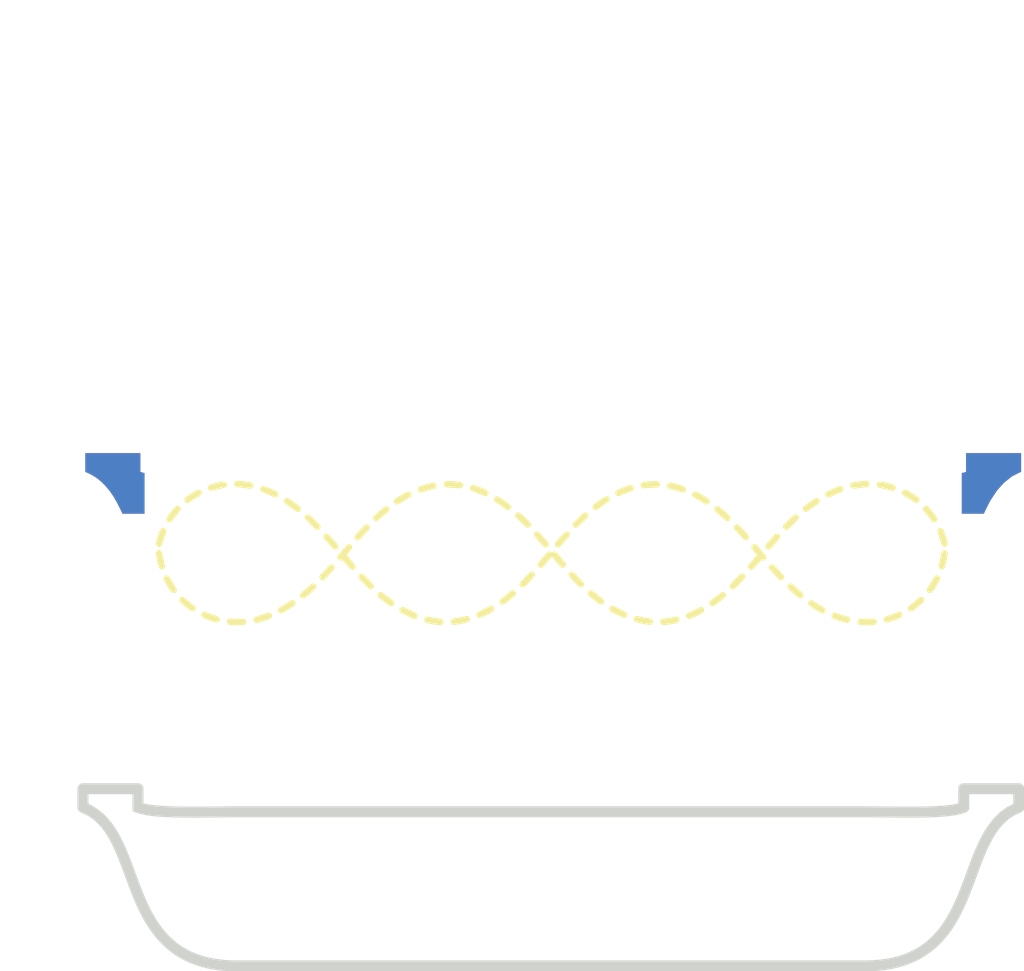
<source format=kicad_pcb>
(kicad_pcb (version 20211014) (generator pcbnew)
  (layers (0 "F.Cu" signal) (31 "B.Cu" signal) (36 "B.SilkS" user "B.Silkscreen") (37 "F.SilkS" user "F.Silkscreen") (38 "B.Mask" user) (39 "F.Mask" user) (44 "Edge.Cuts" user))
  (footprint "DrillHole" (layer "F.Cu") (at 21.969 50.000)
    (pad "" np_thru_hole circle (at 0 0) (size 11.000 11.000) (drill 11.000) (layers *.Cu *.Mask) (clearance 0.1))
  )
  (footprint "DrillHole" (layer "F.Cu") (at 40.990 50.000)
    (pad "" np_thru_hole circle (at 0 0) (size 11.000 11.000) (drill 11.000) (layers *.Cu *.Mask) (clearance 0.1))
  )
  (footprint "DrillHole" (layer "F.Cu") (at 60.010 50.000)
    (pad "" np_thru_hole circle (at 0 0) (size 11.000 11.000) (drill 11.000) (layers *.Cu *.Mask) (clearance 0.1))
  )
  (footprint "DrillHole" (layer "F.Cu") (at 79.031 50.000)
    (pad "" np_thru_hole circle (at 0 0) (size 11.000 11.000) (drill 11.000) (layers *.Cu *.Mask) (clearance 0.1))
  )
  (footprint "Graphics" (layer "F.SilkS") (at 0 0)
    (fp_poly (pts (xy 21.228 55.933) (xy 21.588 55.935) (xy 21.821 55.943) (xy 21.959 55.960) (xy 22.034 55.993) (xy 22.079 56.048) (xy 22.101 56.085) (xy 22.133 56.283) (xy 22.026 56.457) (xy 21.978 56.490) (xy 21.929 56.511) (xy 21.847 56.524) (xy 21.692 56.530) (xy 21.425 56.533) (xy 21.360 56.533) (xy 21.062 56.533) (xy 20.816 56.528) (xy 20.680 56.522) (xy 20.449 56.449) (xy 20.348 56.290) (xy 20.340 56.210) (xy 20.407 56.013) (xy 20.467 55.962) (xy 20.507 55.946) (xy 20.591 55.937) (xy 20.752 55.932) (xy 21.021 55.932)) (layer "F.SilkS") (width 0.000) (fill solid))
    (fp_poly (pts (xy 38.611 55.747) (xy 38.797 55.778) (xy 38.907 55.800) (xy 39.201 55.851) (xy 39.511 55.895) (xy 39.538 55.899) (xy 39.775 55.931) (xy 39.905 55.970) (xy 39.983 56.035) (xy 40.015 56.080) (xy 40.057 56.260) (xy 39.975 56.429) (xy 39.818 56.518) (xy 39.694 56.519) (xy 39.474 56.501) (xy 39.450 56.499) (xy 38.991 56.435) (xy 38.608 56.358) (xy 38.393 56.280) (xy 38.287 56.150) (xy 38.279 56.127) (xy 38.289 55.933) (xy 38.425 55.779) (xy 38.441 55.769) (xy 38.510 55.745)) (layer "F.SilkS") (width 0.000) (fill solid))
    (fp_poly (pts (xy 79.297 55.976) (xy 79.408 56.139) (xy 79.394 56.327) (xy 79.375 56.360) (xy 79.274 56.465) (xy 79.118 56.512) (xy 79.049 56.520) (xy 78.858 56.531) (xy 78.583 56.536) (xy 78.287 56.536) (xy 78.030 56.530) (xy 77.883 56.519) (xy 77.693 56.427) (xy 77.614 56.252) (xy 77.669 56.049) (xy 77.670 56.048) (xy 77.708 55.997) (xy 77.763 55.964) (xy 77.868 55.946) (xy 78.055 55.937) (xy 78.357 55.933) (xy 78.514 55.932) (xy 79.230 55.926)) (layer "F.SilkS") (width 0.000) (fill solid))
    (fp_poly (pts (xy 61.242 55.749) (xy 61.322 55.781) (xy 61.456 55.922) (xy 61.474 56.107) (xy 61.377 56.268) (xy 61.320 56.304) (xy 61.166 56.352) (xy 60.908 56.406) (xy 60.601 56.458) (xy 60.300 56.499) (xy 60.061 56.519) (xy 60.023 56.520) (xy 59.881 56.505) (xy 59.818 56.471) (xy 59.706 56.313) (xy 59.713 56.121) (xy 59.819 55.981) (xy 59.911 55.943) (xy 60.099 55.913) (xy 60.134 55.909) (xy 60.654 55.836) (xy 60.947 55.781) (xy 61.137 55.746)) (layer "F.SilkS") (width 0.000) (fill solid))
    (fp_poly (pts (xy 42.318 55.725) (xy 42.338 55.739) (xy 42.429 55.866) (xy 42.460 55.984) (xy 42.403 56.139) (xy 42.302 56.239) (xy 42.151 56.289) (xy 41.896 56.351) (xy 41.591 56.413) (xy 41.291 56.464) (xy 41.050 56.495) (xy 40.970 56.500) (xy 40.812 56.462) (xy 40.693 56.310) (xy 40.677 56.125) (xy 40.712 56.046) (xy 40.784 55.970) (xy 40.888 55.923) (xy 41.078 55.886) (xy 41.182 55.871) (xy 41.492 55.819) (xy 41.804 55.756) (xy 41.829 55.750) (xy 42.076 55.699) (xy 42.222 55.691)) (layer "F.SilkS") (width 0.000) (fill solid))
    (fp_poly (pts (xy 57.706 55.698) (xy 57.836 55.728) (xy 58.203 55.810) (xy 58.600 55.876) (xy 58.616 55.879) (xy 58.852 55.923) (xy 58.980 55.981) (xy 59.043 56.060) (xy 59.073 56.263) (xy 58.969 56.436) (xy 58.935 56.460) (xy 58.837 56.493) (xy 58.675 56.492) (xy 58.406 56.457) (xy 58.359 56.450) (xy 58.083 56.399) (xy 57.803 56.338) (xy 57.569 56.279) (xy 57.433 56.233) (xy 57.425 56.228) (xy 57.313 56.075) (xy 57.317 55.884) (xy 57.433 55.727) (xy 57.445 55.720) (xy 57.549 55.684)) (layer "F.SilkS") (width 0.000) (fill solid))
    (fp_poly (pts (xy 24.378 55.442) (xy 24.470 55.590) (xy 24.466 55.768) (xy 24.356 55.918) (xy 24.317 55.941) (xy 24.158 56.007) (xy 23.909 56.093) (xy 23.619 56.184) (xy 23.340 56.266) (xy 23.119 56.323) (xy 23.016 56.340) (xy 22.909 56.309) (xy 22.900 56.305) (xy 22.770 56.168) (xy 22.741 55.984) (xy 22.817 55.822) (xy 22.885 55.774) (xy 23.010 55.731) (xy 23.120 55.700) (xy 23.292 55.651) (xy 23.545 55.571) (xy 23.705 55.519) (xy 23.975 55.433) (xy 24.159 55.386) (xy 24.203 55.380)) (layer "F.SilkS") (width 0.000) (fill solid))
    (fp_poly (pts (xy 75.722 55.415) (xy 76.010 55.506) (xy 76.287 55.598) (xy 76.553 55.678) (xy 76.589 55.688) (xy 76.810 55.756) (xy 76.927 55.821) (xy 76.986 55.901) (xy 77.007 56.086) (xy 76.916 56.253) (xy 76.752 56.338) (xy 76.722 56.339) (xy 76.608 56.318) (xy 76.400 56.265) (xy 76.280 56.231) (xy 75.881 56.108) (xy 75.575 55.998) (xy 75.389 55.911) (xy 75.356 55.886) (xy 75.268 55.709) (xy 75.306 55.520) (xy 75.424 55.408) (xy 75.539 55.384)) (layer "F.SilkS") (width 0.000) (fill solid))
    (fp_poly (pts (xy 18.361 55.300) (xy 18.584 55.381) (xy 18.823 55.474) (xy 19.107 55.574) (xy 19.170 55.594) (xy 19.431 55.681) (xy 19.580 55.740) (xy 19.658 55.791) (xy 19.686 55.824) (xy 19.735 55.995) (xy 19.704 56.140) (xy 19.568 56.264) (xy 19.440 56.298) (xy 19.321 56.276) (xy 19.128 56.223) (xy 19.117 56.219) (xy 18.711 56.084) (xy 18.379 55.951) (xy 18.150 55.835) (xy 18.062 55.763) (xy 18.005 55.564) (xy 18.094 55.378) (xy 18.110 55.363) (xy 18.222 55.295)) (layer "F.SilkS") (width 0.000) (fill solid))
    (fp_poly (pts (xy 81.612 55.338) (xy 81.722 55.484) (xy 81.728 55.673) (xy 81.629 55.827) (xy 81.613 55.838) (xy 81.444 55.919) (xy 81.184 56.024) (xy 80.886 56.132) (xy 80.605 56.225) (xy 80.394 56.283) (xy 80.342 56.292) (xy 80.189 56.273) (xy 80.189 56.273) (xy 80.040 56.131) (xy 80.017 55.934) (xy 80.039 55.872) (xy 80.099 55.781) (xy 80.202 55.721) (xy 80.390 55.660) (xy 80.929 55.478) (xy 81.194 55.370) (xy 81.391 55.297) (xy 81.516 55.293)) (layer "F.SilkS") (width 0.000) (fill solid))
    (fp_poly (pts (xy 36.353 54.867) (xy 36.447 54.898) (xy 36.613 54.973) (xy 36.782 55.056) (xy 37.048 55.184) (xy 37.286 55.294) (xy 37.389 55.339) (xy 37.566 55.419) (xy 37.651 55.488) (xy 37.692 55.572) (xy 37.696 55.776) (xy 37.568 55.932) (xy 37.527 55.953) (xy 37.433 55.976) (xy 37.316 55.954) (xy 37.162 55.897) (xy 36.973 55.815) (xy 36.712 55.692) (xy 36.539 55.608) (xy 36.276 55.473) (xy 36.125 55.378) (xy 36.053 55.297) (xy 36.027 55.203) (xy 36.025 55.191) (xy 36.072 54.993) (xy 36.235 54.876) (xy 36.289 54.865)) (layer "F.SilkS") (width 0.000) (fill solid))
    (fp_poly (pts (xy 63.521 54.872) (xy 63.556 54.888) (xy 63.698 55.036) (xy 63.718 55.229) (xy 63.645 55.365) (xy 63.539 55.436) (xy 63.333 55.548) (xy 63.071 55.679) (xy 62.800 55.806) (xy 62.636 55.876) (xy 62.415 55.958) (xy 62.287 55.976) (xy 62.240 55.964) (xy 62.082 55.824) (xy 62.040 55.637) (xy 62.127 55.462) (xy 62.134 55.455) (xy 62.226 55.403) (xy 62.404 55.320) (xy 62.441 55.303) (xy 62.692 55.189) (xy 62.974 55.053) (xy 63.035 55.023) (xy 63.275 54.909) (xy 63.421 54.863)) (layer "F.SilkS") (width 0.000) (fill solid))
    (fp_poly (pts (xy 44.565 54.810) (xy 44.635 54.892) (xy 44.674 55.095) (xy 44.562 55.273) (xy 44.510 55.311) (xy 44.333 55.412) (xy 44.076 55.548) (xy 43.801 55.684) (xy 43.577 55.788) (xy 43.353 55.868) (xy 43.208 55.869) (xy 43.145 55.840) (xy 43.019 55.686) (xy 43.010 55.493) (xy 43.045 55.421) (xy 43.074 55.382) (xy 43.116 55.347) (xy 43.207 55.296) (xy 43.380 55.209) (xy 43.600 55.102) (xy 43.855 54.976) (xy 44.071 54.868) (xy 44.160 54.821) (xy 44.335 54.748) (xy 44.380 54.740)) (layer "F.SilkS") (width 0.000) (fill solid))
    (fp_poly (pts (xy 55.487 54.776) (xy 55.705 54.881) (xy 55.757 54.908) (xy 56.031 55.050) (xy 56.309 55.185) (xy 56.325 55.192) (xy 56.573 55.318) (xy 56.703 55.423) (xy 56.751 55.529) (xy 56.722 55.710) (xy 56.635 55.823) (xy 56.472 55.874) (xy 56.377 55.869) (xy 56.251 55.824) (xy 56.140 55.774) (xy 55.853 55.637) (xy 55.570 55.492) (xy 55.334 55.363) (xy 55.192 55.275) (xy 55.180 55.266) (xy 55.080 55.092) (xy 55.110 54.903) (xy 55.241 54.774) (xy 55.348 54.744)) (layer "F.SilkS") (width 0.000) (fill solid))
    (fp_poly (pts (xy 26.448 54.264) (xy 26.474 54.278) (xy 26.581 54.405) (xy 26.620 54.530) (xy 26.566 54.696) (xy 26.517 54.758) (xy 26.411 54.836) (xy 26.211 54.965) (xy 25.965 55.118) (xy 25.716 55.266) (xy 25.653 55.301) (xy 25.408 55.425) (xy 25.247 55.461) (xy 25.125 55.419) (xy 25.122 55.417) (xy 24.999 55.256) (xy 24.997 55.068) (xy 25.008 55.044) (xy 25.066 54.966) (xy 25.180 54.881) (xy 25.370 54.769) (xy 25.598 54.634) (xy 25.857 54.475) (xy 25.907 54.443) (xy 26.103 54.321) (xy 26.218 54.264) (xy 26.302 54.246) (xy 26.307 54.245)) (layer "F.SilkS") (width 0.000) (fill solid))
    (fp_poly (pts (xy 73.495 54.247) (xy 73.579 54.282) (xy 73.725 54.369) (xy 73.867 54.460) (xy 74.118 54.615) (xy 74.381 54.770) (xy 74.394 54.777) (xy 74.614 54.911) (xy 74.724 55.012) (xy 74.757 55.119) (xy 74.756 55.185) (xy 74.688 55.365) (xy 74.596 55.432) (xy 74.453 55.458) (xy 74.360 55.446) (xy 74.261 55.394) (xy 74.073 55.287) (xy 73.843 55.151) (xy 73.618 55.015) (xy 73.455 54.913) (xy 73.256 54.771) (xy 73.163 54.660) (xy 73.140 54.540) (xy 73.206 54.349) (xy 73.370 54.246) (xy 73.426 54.240)) (layer "F.SilkS") (width 0.000) (fill solid))
    (fp_poly (pts (xy 16.403 53.950) (xy 16.498 54.001) (xy 16.645 54.126) (xy 16.660 54.140) (xy 17.124 54.525) (xy 17.313 54.666) (xy 17.460 54.784) (xy 17.524 54.872) (xy 17.529 54.883) (xy 17.536 55.088) (xy 17.415 55.247) (xy 17.367 55.273) (xy 17.198 55.289) (xy 17.144 55.270) (xy 16.998 55.181) (xy 16.777 55.020) (xy 16.525 54.821) (xy 16.288 54.618) (xy 16.177 54.516) (xy 16.060 54.386) (xy 16.029 54.312) (xy 16.047 54.109) (xy 16.119 54.015) (xy 16.216 53.948) (xy 16.301 53.940)) (layer "F.SilkS") (width 0.000) (fill solid))
    (fp_poly (pts (xy 83.628 54.004) (xy 83.732 54.179) (xy 83.734 54.188) (xy 83.715 54.335) (xy 83.590 54.498) (xy 83.554 54.533) (xy 83.343 54.721) (xy 83.098 54.922) (xy 82.861 55.105) (xy 82.672 55.236) (xy 82.594 55.279) (xy 82.410 55.282) (xy 82.352 55.255) (xy 82.223 55.104) (xy 82.210 54.912) (xy 82.238 54.849) (xy 82.321 54.765) (xy 82.482 54.632) (xy 82.543 54.586) (xy 82.763 54.414) (xy 82.960 54.251) (xy 82.986 54.228) (xy 83.174 54.061) (xy 83.284 53.976) (xy 83.358 53.944) (xy 83.423 53.940)) (layer "F.SilkS") (width 0.000) (fill solid))
    (fp_poly (pts (xy 34.395 53.498) (xy 34.534 53.573) (xy 34.737 53.727) (xy 34.962 53.903) (xy 35.211 54.092) (xy 35.245 54.117) (xy 35.421 54.252) (xy 35.533 54.348) (xy 35.549 54.365) (xy 35.589 54.560) (xy 35.556 54.658) (xy 35.400 54.799) (xy 35.277 54.820) (xy 35.204 54.811) (xy 35.114 54.765) (xy 34.955 54.654) (xy 34.929 54.635) (xy 34.666 54.438) (xy 34.415 54.242) (xy 34.212 54.074) (xy 34.092 53.964) (xy 34.077 53.946) (xy 34.041 53.785) (xy 34.075 53.637) (xy 34.226 53.513) (xy 34.293 53.491)) (layer "F.SilkS") (width 0.000) (fill solid))
    (fp_poly (pts (xy 65.463 53.493) (xy 65.635 53.588) (xy 65.714 53.763) (xy 65.670 53.952) (xy 65.670 53.953) (xy 65.587 54.033) (xy 65.415 54.177) (xy 65.191 54.355) (xy 64.956 54.536) (xy 64.748 54.690) (xy 64.614 54.781) (xy 64.428 54.818) (xy 64.305 54.780) (xy 64.180 54.626) (xy 64.171 54.431) (xy 64.195 54.377) (xy 64.277 54.294) (xy 64.437 54.166) (xy 64.480 54.134) (xy 64.718 53.955) (xy 64.966 53.762) (xy 64.990 53.743) (xy 65.195 53.584) (xy 65.324 53.507) (xy 65.419 53.488)) (layer "F.SilkS") (width 0.000) (fill solid))
    (fp_poly (pts (xy 46.469 53.361) (xy 46.530 53.400) (xy 46.636 53.584) (xy 46.602 53.773) (xy 46.507 53.875) (xy 46.320 54.042) (xy 46.075 54.244) (xy 45.810 54.451) (xy 45.643 54.574) (xy 45.512 54.658) (xy 45.418 54.680) (xy 45.403 54.680) (xy 45.245 54.640) (xy 45.118 54.482) (xy 45.112 54.279) (xy 45.124 54.249) (xy 45.198 54.171) (xy 45.351 54.042) (xy 45.399 54.005) (xy 45.630 53.825) (xy 45.881 53.622) (xy 45.929 53.582) (xy 46.208 53.350) (xy 46.342 53.350)) (layer "F.SilkS") (width 0.000) (fill solid))
    (fp_poly (pts (xy 53.482 53.345) (xy 53.553 53.374) (xy 53.663 53.454) (xy 53.853 53.609) (xy 53.871 53.624) (xy 54.100 53.809) (xy 54.321 53.983) (xy 54.348 54.004) (xy 54.532 54.152) (xy 54.621 54.253) (xy 54.652 54.350) (xy 54.653 54.363) (xy 54.605 54.547) (xy 54.458 54.660) (xy 54.269 54.668) (xy 54.200 54.637) (xy 54.043 54.529) (xy 53.829 54.365) (xy 53.595 54.176) (xy 53.378 53.993) (xy 53.215 53.846) (xy 53.143 53.766) (xy 53.107 53.618) (xy 53.141 53.509) (xy 53.279 53.364) (xy 53.410 53.340)) (layer "F.SilkS") (width 0.000) (fill solid))
    (fp_poly (pts (xy 28.399 52.799) (xy 28.462 52.888) (xy 28.496 53.024) (xy 28.451 53.157) (xy 28.306 53.325) (xy 28.180 53.443) (xy 27.935 53.661) (xy 27.700 53.861) (xy 27.509 54.016) (xy 27.397 54.097) (xy 27.388 54.101) (xy 27.192 54.102) (xy 27.180 54.098) (xy 27.030 53.968) (xy 26.988 53.782) (xy 27.056 53.625) (xy 27.149 53.537) (xy 27.307 53.399) (xy 27.330 53.379) (xy 27.548 53.189) (xy 27.750 53.009) (xy 27.910 52.867) (xy 28.024 52.775) (xy 28.028 52.773) (xy 28.223 52.720)) (layer "F.SilkS") (width 0.000) (fill solid))
    (fp_poly (pts (xy 71.661 52.741) (xy 71.790 52.826) (xy 71.934 52.951) (xy 72.105 53.105) (xy 72.324 53.297) (xy 72.400 53.363) (xy 72.576 53.517) (xy 72.694 53.624) (xy 72.719 53.649) (xy 72.751 53.749) (xy 72.756 53.790) (xy 72.709 53.987) (xy 72.593 54.079) (xy 72.431 54.116) (xy 72.338 54.084) (xy 72.224 54.004) (xy 72.037 53.851) (xy 71.814 53.659) (xy 71.592 53.461) (xy 71.408 53.288) (xy 71.301 53.175) (xy 71.289 53.157) (xy 71.264 52.965) (xy 71.357 52.799) (xy 71.532 52.721) (xy 71.550 52.720)) (layer "F.SilkS") (width 0.000) (fill solid))
    (fp_poly (pts (xy 15.145 52.129) (xy 15.213 52.237) (xy 15.383 52.541) (xy 15.534 52.789) (xy 15.643 52.957) (xy 15.758 53.136) (xy 15.809 53.237) (xy 15.820 53.313) (xy 15.820 53.317) (xy 15.757 53.510) (xy 15.695 53.569) (xy 15.535 53.611) (xy 15.410 53.593) (xy 15.324 53.532) (xy 15.219 53.406) (xy 15.105 53.240) (xy 14.793 52.731) (xy 14.677 52.515) (xy 14.613 52.369) (xy 14.604 52.269) (xy 14.605 52.259) (xy 14.690 52.070) (xy 14.789 52.009) (xy 14.982 51.997)) (layer "F.SilkS") (width 0.000) (fill solid))
    (fp_poly (pts (xy 84.973 52.012) (xy 85.111 52.139) (xy 85.151 52.315) (xy 85.148 52.334) (xy 85.084 52.488) (xy 84.960 52.722) (xy 84.802 52.991) (xy 84.637 53.250) (xy 84.493 53.456) (xy 84.397 53.562) (xy 84.201 53.613) (xy 84.086 53.580) (xy 83.962 53.454) (xy 83.959 53.447) (xy 83.931 53.264) (xy 83.994 53.128) (xy 84.212 52.790) (xy 84.366 52.538) (xy 84.484 52.330) (xy 84.614 52.118) (xy 84.725 52.014) (xy 84.794 51.987)) (layer "F.SilkS") (width 0.000) (fill solid))
    (fp_poly (pts (xy 32.706 51.842) (xy 32.779 51.905) (xy 32.934 52.055) (xy 33.144 52.263) (xy 33.225 52.345) (xy 33.476 52.602) (xy 33.633 52.773) (xy 33.714 52.886) (xy 33.739 52.969) (xy 33.726 53.048) (xy 33.723 53.057) (xy 33.604 53.225) (xy 33.417 53.278) (xy 33.307 53.248) (xy 33.225 53.180) (xy 33.062 53.027) (xy 32.850 52.819) (xy 32.784 52.753) (xy 32.551 52.516) (xy 32.409 52.364) (xy 32.334 52.271) (xy 32.303 52.210) (xy 32.301 52.203) (xy 32.306 52.011) (xy 32.338 51.948) (xy 32.481 51.841) (xy 32.665 51.827)) (layer "F.SilkS") (width 0.000) (fill solid))
    (fp_poly (pts (xy 67.387 51.924) (xy 67.458 52.097) (xy 67.433 52.246) (xy 67.364 52.335) (xy 67.215 52.499) (xy 67.020 52.704) (xy 66.813 52.914) (xy 66.630 53.094) (xy 66.503 53.207) (xy 66.481 53.224) (xy 66.280 53.277) (xy 66.180 53.245) (xy 66.050 53.106) (xy 66.021 52.920) (xy 66.043 52.854) (xy 66.111 52.773) (xy 66.258 52.616) (xy 66.452 52.415) (xy 66.661 52.204) (xy 66.850 52.017) (xy 66.988 51.886) (xy 67.037 51.846) (xy 67.233 51.827)) (layer "F.SilkS") (width 0.000) (fill solid))
    (fp_poly (pts (xy 48.243 51.701) (xy 48.320 51.785) (xy 48.358 51.965) (xy 48.323 52.090) (xy 48.254 52.173) (xy 48.108 52.334) (xy 47.919 52.536) (xy 47.724 52.742) (xy 47.556 52.915) (xy 47.449 53.019) (xy 47.442 53.025) (xy 47.292 53.103) (xy 47.200 53.119) (xy 47.120 53.098) (xy 46.966 52.960) (xy 46.931 52.755) (xy 46.953 52.691) (xy 47.018 52.604) (xy 47.155 52.456) (xy 47.238 52.370) (xy 47.451 52.149) (xy 47.654 51.940) (xy 47.724 51.867) (xy 47.878 51.717) (xy 47.984 51.653) (xy 48.098 51.640)) (layer "F.SilkS") (width 0.000) (fill solid))
    (fp_poly (pts (xy 51.802 51.672) (xy 51.910 51.756) (xy 52.074 51.915) (xy 52.311 52.162) (xy 52.525 52.388) (xy 52.692 52.569) (xy 52.785 52.674) (xy 52.794 52.687) (xy 52.819 52.799) (xy 52.819 52.807) (xy 52.754 53.001) (xy 52.587 53.103) (xy 52.440 53.101) (xy 52.380 53.068) (xy 52.274 52.977) (xy 52.100 52.806) (xy 51.916 52.620) (xy 51.655 52.349) (xy 51.490 52.163) (xy 51.405 52.034) (xy 51.383 51.935) (xy 51.405 51.838) (xy 51.412 51.820) (xy 51.550 51.672) (xy 51.639 51.646) (xy 51.721 51.643)) (layer "F.SilkS") (width 0.000) (fill solid))
    (fp_poly (pts (xy 30.083 51.060) (xy 30.127 51.115) (xy 30.167 51.329) (xy 30.078 51.496) (xy 29.909 51.686) (xy 29.707 51.905) (xy 29.503 52.122) (xy 29.328 52.304) (xy 29.213 52.417) (xy 29.188 52.437) (xy 29.036 52.458) (xy 28.899 52.427) (xy 28.781 52.277) (xy 28.764 52.086) (xy 28.783 52.034) (xy 28.847 51.953) (xy 28.980 51.803) (xy 29.038 51.740) (xy 29.247 51.515) (xy 29.454 51.290) (xy 29.479 51.264) (xy 29.627 51.110) (xy 29.730 51.017) (xy 29.742 51.009) (xy 29.918 50.988)) (layer "F.SilkS") (width 0.000) (fill solid))
    (fp_poly (pts (xy 69.995 51.001) (xy 70.097 51.081) (xy 70.277 51.267) (xy 70.293 51.286) (xy 70.498 51.509) (xy 70.699 51.726) (xy 70.733 51.761) (xy 70.875 51.917) (xy 70.962 52.026) (xy 70.968 52.036) (xy 70.991 52.226) (xy 70.895 52.387) (xy 70.714 52.460) (xy 70.702 52.460) (xy 70.552 52.424) (xy 70.550 52.423) (xy 70.466 52.347) (xy 70.308 52.187) (xy 70.112 51.981) (xy 69.911 51.763) (xy 69.738 51.571) (xy 69.628 51.440) (xy 69.613 51.421) (xy 69.580 51.295) (xy 69.580 51.281) (xy 69.646 51.088) (xy 69.812 50.988)) (layer "F.SilkS") (width 0.000) (fill solid))
    (fp_poly (pts (xy 31.617 49.200) (xy 31.731 49.337) (xy 31.743 49.517) (xy 31.733 49.546) (xy 31.665 49.648) (xy 31.534 49.814) (xy 31.487 49.870) (xy 31.351 50.030) (xy 31.272 50.127) (xy 31.264 50.139) (xy 31.309 50.203) (xy 31.434 50.356) (xy 31.614 50.569) (xy 31.647 50.608) (xy 31.864 50.865) (xy 32.008 51.049) (xy 32.060 51.131) (xy 32.053 51.318) (xy 31.938 51.462) (xy 31.765 51.521) (xy 31.637 51.490) (xy 31.562 51.419) (xy 31.414 51.260) (xy 31.226 51.047) (xy 31.219 51.039) (xy 31.011 50.803) (xy 30.886 50.673) (xy 30.827 50.631) (xy 30.822 50.631) (xy 30.687 50.656) (xy 30.573 50.652) (xy 30.448 50.561) (xy 30.380 50.439) (xy 30.367 50.356) (xy 30.390 50.269) (xy 30.466 50.147) (xy 30.615 49.961) (xy 30.811 49.730) (xy 31.011 49.498) (xy 31.173 49.316) (xy 31.266 49.215) (xy 31.274 49.207) (xy 31.448 49.145)) (layer "F.SilkS") (width 0.000) (fill solid))
    (fp_poly (pts (xy 68.455 49.192) (xy 68.529 49.265) (xy 68.672 49.425) (xy 68.854 49.635) (xy 69.045 49.859) (xy 69.214 50.061) (xy 69.329 50.206) (xy 69.361 50.253) (xy 69.364 50.458) (xy 69.236 50.621) (xy 69.235 50.621) (xy 69.132 50.653) (xy 68.953 50.640) (xy 68.927 50.636) (xy 68.878 50.659) (xy 68.782 50.755) (xy 68.611 50.948) (xy 68.601 50.960) (xy 68.373 51.222) (xy 68.225 51.384) (xy 68.135 51.470) (xy 68.085 51.502) (xy 67.885 51.503) (xy 67.840 51.485) (xy 67.704 51.340) (xy 67.688 51.144) (xy 67.729 51.053) (xy 67.808 50.953) (xy 67.951 50.782) (xy 68.034 50.685) (xy 68.209 50.483) (xy 68.353 50.316) (xy 68.395 50.268) (xy 68.499 50.146) (xy 68.286 49.898) (xy 68.143 49.727) (xy 68.049 49.608) (xy 68.037 49.590) (xy 68.002 49.411) (xy 68.041 49.284) (xy 68.192 49.168) (xy 68.387 49.161)) (layer "F.SilkS") (width 0.000) (fill solid))
    (fp_poly (pts (xy 14.341 49.728) (xy 14.446 49.810) (xy 14.487 49.933) (xy 14.538 50.194) (xy 14.540 50.205) (xy 14.599 50.510) (xy 14.669 50.813) (xy 14.680 50.856) (xy 14.734 51.081) (xy 14.745 51.210) (xy 14.714 51.303) (xy 14.697 51.333) (xy 14.553 51.440) (xy 14.362 51.451) (xy 14.329 51.441) (xy 14.244 51.373) (xy 14.228 51.356) (xy 14.178 51.276) (xy 14.128 51.128) (xy 14.084 50.968) (xy 14.011 50.659) (xy 13.951 50.351) (xy 13.913 50.095) (xy 13.905 49.947) (xy 13.993 49.764) (xy 14.172 49.681) (xy 14.193 49.680)) (layer "F.SilkS") (width 0.000) (fill solid))
    (fp_poly (pts (xy 85.712 49.731) (xy 85.832 49.875) (xy 85.847 49.986) (xy 85.826 50.187) (xy 85.776 50.471) (xy 85.711 50.783) (xy 85.641 51.066) (xy 85.579 51.264) (xy 85.563 51.298) (xy 85.479 51.403) (xy 85.475 51.407) (xy 85.321 51.453) (xy 85.168 51.433) (xy 85.064 51.350) (xy 85.017 51.267) (xy 85.010 51.152) (xy 85.044 50.959) (xy 85.087 50.782) (xy 85.153 50.494) (xy 85.208 50.223) (xy 85.220 50.152) (xy 85.264 49.928) (xy 85.313 49.806) (xy 85.385 49.737) (xy 85.555 49.688)) (layer "F.SilkS") (width 0.000) (fill solid))
    (fp_poly (pts (xy 49.759 49.834) (xy 49.810 49.860) (xy 49.885 49.893) (xy 49.921 49.869) (xy 50.046 49.827) (xy 50.200 49.833) (xy 50.219 49.840) (xy 50.293 49.907) (xy 50.438 50.063) (xy 50.624 50.271) (xy 50.819 50.497) (xy 50.993 50.704) (xy 51.116 50.858) (xy 51.154 50.916) (xy 51.170 51.108) (xy 51.071 51.263) (xy 50.902 51.337) (xy 50.753 51.310) (xy 50.666 51.232) (xy 50.498 51.050) (xy 50.282 50.802) (xy 49.875 50.324) (xy 49.460 50.809) (xy 49.238 51.066) (xy 49.092 51.223) (xy 48.994 51.305) (xy 48.919 51.336) (xy 48.862 51.339) (xy 48.748 51.312) (xy 48.607 51.173) (xy 48.580 51.110) (xy 48.566 51.029) (xy 48.594 50.938) (xy 48.681 50.805) (xy 48.846 50.599) (xy 48.972 50.450) (xy 49.208 50.171) (xy 49.365 49.993) (xy 49.465 49.891) (xy 49.534 49.844) (xy 49.594 49.828) (xy 49.627 49.824)) (layer "F.SilkS") (width 0.000) (fill solid))
    (fp_poly (pts (xy 29.425 48.185) (xy 29.548 48.211) (xy 29.622 48.271) (xy 29.729 48.384) (xy 29.894 48.568) (xy 30.083 48.785) (xy 30.263 48.995) (xy 30.402 49.162) (xy 30.465 49.245) (xy 30.495 49.438) (xy 30.403 49.601) (xy 30.225 49.678) (xy 30.200 49.679) (xy 30.078 49.661) (xy 30.065 49.656) (xy 29.994 49.589) (xy 29.851 49.434) (xy 29.666 49.228) (xy 29.470 49.004) (xy 29.294 48.798) (xy 29.169 48.645) (xy 29.126 48.584) (xy 29.117 48.389) (xy 29.241 48.224) (xy 29.242 48.223) (xy 29.341 48.183)) (layer "F.SilkS") (width 0.000) (fill solid))
    (fp_poly (pts (xy 70.544 48.245) (xy 70.633 48.429) (xy 70.636 48.453) (xy 70.622 48.591) (xy 70.610 48.613) (xy 70.544 48.694) (xy 70.404 48.858) (xy 70.222 49.067) (xy 70.030 49.286) (xy 69.860 49.478) (xy 69.743 49.607) (xy 69.712 49.638) (xy 69.598 49.671) (xy 69.458 49.668) (xy 69.430 49.658) (xy 69.284 49.514) (xy 69.259 49.456) (xy 69.246 49.375) (xy 69.268 49.290) (xy 69.342 49.172) (xy 69.488 48.992) (xy 69.716 48.728) (xy 69.924 48.496) (xy 70.093 48.314) (xy 70.194 48.214) (xy 70.207 48.205) (xy 70.332 48.181) (xy 70.353 48.180)) (layer "F.SilkS") (width 0.000) (fill solid))
    (fp_poly (pts (xy 48.666 48.025) (xy 48.751 48.104) (xy 48.906 48.268) (xy 49.098 48.481) (xy 49.295 48.706) (xy 49.463 48.905) (xy 49.571 49.042) (xy 49.590 49.073) (xy 49.608 49.261) (xy 49.512 49.415) (xy 49.344 49.489) (xy 49.190 49.464) (xy 49.066 49.369) (xy 49.057 49.358) (xy 48.982 49.267) (xy 48.832 49.093) (xy 48.639 48.871) (xy 48.623 48.853) (xy 48.413 48.609) (xy 48.289 48.452) (xy 48.231 48.349) (xy 48.221 48.267) (xy 48.228 48.214) (xy 48.320 48.057) (xy 48.381 48.020) (xy 48.582 47.990)) (layer "F.SilkS") (width 0.000) (fill solid))
    (fp_poly (pts (xy 51.406 48.042) (xy 51.518 48.200) (xy 51.521 48.213) (xy 51.520 48.348) (xy 51.435 48.498) (xy 51.349 48.600) (xy 51.208 48.759) (xy 51.018 48.978) (xy 50.908 49.105) (xy 50.742 49.293) (xy 50.621 49.423) (xy 50.582 49.459) (xy 50.381 49.485) (xy 50.305 49.459) (xy 50.192 49.367) (xy 50.180 49.351) (xy 50.140 49.183) (xy 50.175 49.038) (xy 50.248 48.946) (xy 50.394 48.776) (xy 50.579 48.564) (xy 50.769 48.349) (xy 50.930 48.169) (xy 51.031 48.062) (xy 51.043 48.051) (xy 51.225 47.985)) (layer "F.SilkS") (width 0.000) (fill solid))
    (fp_poly (pts (xy 14.754 47.748) (xy 14.841 47.853) (xy 14.872 47.944) (xy 14.863 48.052) (xy 14.804 48.230) (xy 14.759 48.346) (xy 14.668 48.601) (xy 14.575 48.893) (xy 14.559 48.948) (xy 14.479 49.201) (xy 14.409 49.340) (xy 14.326 49.405) (xy 14.281 49.420) (xy 14.183 49.436) (xy 14.116 49.420) (xy 13.946 49.298) (xy 13.900 49.139) (xy 13.927 48.978) (xy 13.995 48.721) (xy 14.089 48.420) (xy 14.191 48.128) (xy 14.284 47.898) (xy 14.332 47.805) (xy 14.445 47.718) (xy 14.573 47.680)) (layer "F.SilkS") (width 0.000) (fill solid))
    (fp_poly (pts (xy 85.281 47.707) (xy 85.424 47.821) (xy 85.482 47.940) (xy 85.568 48.159) (xy 85.664 48.429) (xy 85.750 48.698) (xy 85.763 48.743) (xy 85.834 49.026) (xy 85.844 49.201) (xy 85.808 49.293) (xy 85.632 49.416) (xy 85.450 49.410) (xy 85.344 49.343) (xy 85.268 49.201) (xy 85.220 49.045) (xy 85.099 48.650) (xy 84.965 48.272) (xy 84.942 48.214) (xy 84.882 47.978) (xy 84.925 47.820) (xy 85.089 47.696)) (layer "F.SilkS") (width 0.000) (fill solid))
    (fp_poly (pts (xy 33.287 47.445) (xy 33.360 47.625) (xy 33.360 47.638) (xy 33.349 47.727) (xy 33.297 47.822) (xy 33.177 47.964) (xy 33.060 48.090) (xy 32.854 48.312) (xy 32.653 48.534) (xy 32.636 48.554) (xy 32.452 48.743) (xy 32.317 48.826) (xy 32.186 48.828) (xy 32.147 48.818) (xy 32.011 48.710) (xy 31.958 48.600) (xy 31.944 48.526) (xy 31.961 48.448) (xy 32.025 48.342) (xy 32.153 48.186) (xy 32.360 47.957) (xy 32.625 47.674) (xy 32.790 47.505) (xy 32.912 47.392) (xy 32.941 47.369) (xy 33.129 47.348)) (layer "F.SilkS") (width 0.000) (fill solid))
    (fp_poly (pts (xy 66.744 47.344) (xy 66.807 47.370) (xy 66.893 47.437) (xy 67.022 47.564) (xy 67.217 47.771) (xy 67.483 48.060) (xy 67.634 48.229) (xy 67.736 48.353) (xy 67.748 48.368) (xy 67.799 48.565) (xy 67.714 48.741) (xy 67.639 48.795) (xy 67.500 48.837) (xy 67.402 48.814) (xy 67.282 48.724) (xy 67.123 48.560) (xy 66.929 48.350) (xy 66.710 48.112) (xy 66.657 48.055) (xy 66.484 47.860) (xy 66.400 47.736) (xy 66.381 47.639) (xy 66.390 47.581) (xy 66.492 47.420) (xy 66.664 47.341) (xy 66.681 47.340)) (layer "F.SilkS") (width 0.000) (fill solid))
    (fp_poly (pts (xy 27.834 46.469) (xy 27.864 46.485) (xy 27.965 46.567) (xy 28.137 46.724) (xy 28.344 46.923) (xy 28.553 47.130) (xy 28.728 47.308) (xy 28.833 47.426) (xy 28.847 47.447) (xy 28.873 47.649) (xy 28.778 47.812) (xy 28.594 47.879) (xy 28.588 47.879) (xy 28.466 47.863) (xy 28.450 47.856) (xy 28.374 47.790) (xy 28.219 47.645) (xy 28.020 47.453) (xy 27.809 47.246) (xy 27.621 47.059) (xy 27.489 46.923) (xy 27.446 46.873) (xy 27.422 46.762) (xy 27.421 46.738) (xy 27.485 46.552) (xy 27.642 46.451)) (layer "F.SilkS") (width 0.000) (fill solid))
    (fp_poly (pts (xy 72.089 46.448) (xy 72.249 46.543) (xy 72.323 46.662) (xy 72.338 46.761) (xy 72.301 46.861) (xy 72.191 46.997) (xy 71.985 47.204) (xy 71.779 47.405) (xy 71.600 47.581) (xy 71.530 47.650) (xy 71.375 47.799) (xy 71.276 47.864) (xy 71.183 47.880) (xy 71.171 47.880) (xy 71.010 47.839) (xy 70.998 47.831) (xy 70.880 47.665) (xy 70.879 47.503) (xy 70.909 47.445) (xy 70.986 47.351) (xy 71.134 47.197) (xy 71.375 46.958) (xy 71.380 46.953) (xy 71.636 46.705) (xy 71.807 46.550) (xy 71.921 46.469) (xy 72.005 46.442)) (layer "F.SilkS") (width 0.000) (fill solid))
    (fp_poly (pts (xy 46.887 46.263) (xy 46.947 46.286) (xy 47.033 46.347) (xy 47.169 46.468) (xy 47.380 46.668) (xy 47.553 46.833) (xy 47.788 47.064) (xy 47.926 47.218) (xy 47.988 47.327) (xy 47.996 47.421) (xy 47.992 47.449) (xy 47.890 47.620) (xy 47.708 47.697) (xy 47.580 47.678) (xy 47.500 47.615) (xy 47.345 47.473) (xy 47.200 47.334) (xy 46.990 47.128) (xy 46.806 46.950) (xy 46.724 46.872) (xy 46.601 46.745) (xy 46.549 46.678) (xy 46.530 46.495) (xy 46.628 46.337) (xy 46.805 46.261) (xy 46.826 46.260)) (layer "F.SilkS") (width 0.000) (fill solid))
    (fp_poly (pts (xy 53.098 46.314) (xy 53.180 46.405) (xy 53.219 46.579) (xy 53.198 46.687) (xy 53.132 46.762) (xy 52.982 46.913) (xy 52.796 47.091) (xy 52.590 47.287) (xy 52.428 47.446) (xy 52.353 47.526) (xy 52.160 47.676) (xy 51.954 47.680) (xy 51.920 47.665) (xy 51.786 47.521) (xy 51.766 47.325) (xy 51.788 47.263) (xy 51.856 47.185) (xy 52.004 47.031) (xy 52.198 46.836) (xy 52.403 46.634) (xy 52.584 46.462) (xy 52.706 46.352) (xy 52.707 46.352) (xy 52.911 46.262)) (layer "F.SilkS") (width 0.000) (fill solid))
    (fp_poly (pts (xy 16.103 45.766) (xy 16.178 45.937) (xy 16.159 46.073) (xy 16.094 46.170) (xy 16.013 46.269) (xy 15.640 46.731) (xy 15.496 46.933) (xy 15.330 47.139) (xy 15.190 47.219) (xy 15.034 47.193) (xy 15.010 47.183) (xy 14.883 47.061) (xy 14.841 46.926) (xy 14.888 46.771) (xy 14.980 46.618) (xy 15.181 46.335) (xy 15.390 46.067) (xy 15.578 45.847) (xy 15.717 45.713) (xy 15.750 45.692) (xy 15.945 45.670)) (layer "F.SilkS") (width 0.000) (fill solid))
    (fp_poly (pts (xy 83.961 45.678) (xy 84.072 45.747) (xy 84.178 45.856) (xy 84.428 46.152) (xy 84.682 46.489) (xy 84.767 46.610) (xy 84.859 46.759) (xy 84.892 46.862) (xy 84.896 46.900) (xy 84.885 47.027) (xy 84.856 47.080) (xy 84.700 47.199) (xy 84.514 47.203) (xy 84.461 47.177) (xy 84.372 47.085) (xy 84.244 46.919) (xy 84.221 46.888) (xy 83.950 46.522) (xy 83.714 46.241) (xy 83.613 46.105) (xy 83.580 46.040) (xy 83.596 45.844) (xy 83.724 45.704) (xy 83.916 45.668)) (layer "F.SilkS") (width 0.000) (fill solid))
    (fp_poly (pts (xy 35.048 45.787) (xy 35.131 45.953) (xy 35.130 46.060) (xy 35.068 46.167) (xy 34.920 46.314) (xy 34.807 46.411) (xy 34.583 46.605) (xy 34.373 46.792) (xy 34.330 46.831) (xy 34.138 46.998) (xy 34.014 47.076) (xy 33.914 47.089) (xy 33.870 47.081) (xy 33.685 46.972) (xy 33.624 46.783) (xy 33.638 46.699) (xy 33.679 46.626) (xy 33.783 46.515) (xy 33.946 46.365) (xy 34.257 46.088) (xy 34.503 45.879) (xy 34.661 45.756) (xy 34.683 45.741) (xy 34.878 45.700)) (layer "F.SilkS") (width 0.000) (fill solid))
    (fp_poly (pts (xy 65.046 45.727) (xy 65.113 45.773) (xy 65.309 45.930) (xy 65.539 46.127) (xy 65.767 46.330) (xy 65.956 46.509) (xy 66.070 46.628) (xy 66.085 46.648) (xy 66.120 46.787) (xy 66.120 46.805) (xy 66.097 46.917) (xy 66.047 46.980) (xy 65.946 47.063) (xy 65.922 47.072) (xy 65.840 47.091) (xy 65.748 47.076) (xy 65.733 47.070) (xy 65.600 46.992) (xy 65.593 46.985) (xy 65.347 46.763) (xy 65.060 46.512) (xy 64.897 46.375) (xy 64.728 46.223) (xy 64.642 46.124) (xy 64.640 46.120) (xy 64.626 45.951) (xy 64.682 45.807) (xy 64.867 45.704) (xy 64.927 45.700)) (layer "F.SilkS") (width 0.000) (fill solid))
    (fp_poly (pts (xy 25.890 44.957) (xy 26.006 45.019) (xy 26.206 45.149) (xy 26.450 45.319) (xy 26.696 45.499) (xy 26.904 45.660) (xy 27.033 45.773) (xy 27.051 45.794) (xy 27.096 45.987) (xy 27.012 46.163) (xy 26.934 46.218) (xy 26.762 46.255) (xy 26.702 46.238) (xy 26.614 46.183) (xy 26.448 46.066) (xy 26.362 46.003) (xy 26.127 45.833) (xy 25.905 45.677) (xy 25.858 45.645) (xy 25.644 45.487) (xy 25.542 45.362) (xy 25.522 45.229) (xy 25.526 45.196) (xy 25.617 45.032) (xy 25.791 44.951)) (layer "F.SilkS") (width 0.000) (fill solid))
    (fp_poly (pts (xy 74.045 44.978) (xy 74.193 45.101) (xy 74.232 45.191) (xy 74.206 45.362) (xy 74.135 45.474) (xy 74.045 45.541) (xy 73.878 45.657) (xy 73.834 45.687) (xy 73.590 45.856) (xy 73.356 46.026) (xy 73.349 46.031) (xy 73.128 46.186) (xy 72.984 46.253) (xy 72.872 46.247) (xy 72.820 46.225) (xy 72.682 46.074) (xy 72.660 45.948) (xy 72.680 45.827) (xy 72.724 45.769) (xy 72.839 45.666) (xy 73.037 45.511) (xy 73.279 45.333) (xy 73.524 45.162) (xy 73.729 45.027) (xy 73.856 44.956) (xy 73.866 44.953)) (layer "F.SilkS") (width 0.000) (fill solid))
    (fp_poly (pts (xy 44.974 44.810) (xy 45.071 44.855) (xy 45.242 44.961) (xy 45.284 44.988) (xy 45.570 45.179) (xy 45.832 45.364) (xy 46.032 45.516) (xy 46.128 45.602) (xy 46.194 45.790) (xy 46.171 45.891) (xy 46.041 46.042) (xy 45.912 46.075) (xy 45.771 46.056) (xy 45.745 46.041) (xy 45.639 45.969) (xy 45.473 45.850) (xy 45.465 45.844) (xy 45.253 45.695) (xy 45.006 45.527) (xy 44.959 45.497) (xy 44.761 45.362) (xy 44.662 45.277) (xy 44.634 45.235) (xy 44.609 45.032) (xy 44.707 44.869) (xy 44.895 44.800) (xy 44.900 44.800)) (layer "F.SilkS") (width 0.000) (fill solid))
    (fp_poly (pts (xy 55.075 44.902) (xy 55.145 45.085) (xy 55.145 45.088) (xy 55.131 45.194) (xy 55.064 45.290) (xy 54.914 45.411) (xy 54.740 45.530) (xy 54.488 45.701) (xy 54.251 45.867) (xy 54.183 45.915) (xy 53.985 46.045) (xy 53.850 46.084) (xy 53.723 46.046) (xy 53.720 46.045) (xy 53.587 45.902) (xy 53.565 45.710) (xy 53.597 45.630) (xy 53.685 45.546) (xy 53.867 45.404) (xy 54.103 45.232) (xy 54.354 45.058) (xy 54.580 44.912) (xy 54.719 44.830) (xy 54.913 44.805)) (layer "F.SilkS") (width 0.000) (fill solid))
    (fp_poly (pts (xy 37.042 44.442) (xy 37.144 44.592) (xy 37.138 44.772) (xy 37.073 44.870) (xy 36.966 44.947) (xy 36.782 45.056) (xy 36.740 45.079) (xy 36.487 45.222) (xy 36.248 45.365) (xy 36.240 45.370) (xy 36.010 45.509) (xy 35.868 45.573) (xy 35.768 45.579) (xy 35.690 45.552) (xy 35.549 45.418) (xy 35.515 45.231) (xy 35.577 45.093) (xy 35.691 45.002) (xy 35.904 44.862) (xy 36.174 44.699) (xy 36.461 44.537) (xy 36.555 44.487) (xy 36.727 44.405) (xy 36.838 44.380) (xy 36.857 44.380)) (layer "F.SilkS") (width 0.000) (fill solid))
    (fp_poly (pts (xy 63.022 44.408) (xy 63.220 44.499) (xy 63.518 44.666) (xy 63.620 44.726) (xy 63.921 44.909) (xy 64.106 45.041) (xy 64.203 45.144) (xy 64.238 45.242) (xy 64.240 45.283) (xy 64.170 45.464) (xy 64.001 45.570) (xy 63.928 45.580) (xy 63.853 45.566) (xy 63.735 45.508) (xy 63.547 45.394) (xy 63.315 45.253) (xy 63.110 45.134) (xy 63.069 45.111) (xy 62.812 44.966) (xy 62.668 44.862) (xy 62.609 44.768) (xy 62.603 44.654) (xy 62.604 44.646) (xy 62.687 44.456) (xy 62.878 44.381) (xy 62.901 44.380)) (layer "F.SilkS") (width 0.000) (fill solid))
    (fp_poly (pts (xy 17.982 44.269) (xy 18.058 44.366) (xy 18.097 44.520) (xy 18.060 44.629) (xy 18.016 44.698) (xy 17.931 44.765) (xy 17.760 44.866) (xy 17.720 44.889) (xy 17.553 44.989) (xy 17.323 45.136) (xy 17.207 45.212) (xy 17.001 45.347) (xy 16.884 45.414) (xy 16.810 45.437) (xy 16.767 45.439) (xy 16.637 45.416) (xy 16.620 45.408) (xy 16.500 45.250) (xy 16.491 45.048) (xy 16.501 45.017) (xy 16.595 44.913) (xy 16.789 44.761) (xy 17.043 44.588) (xy 17.313 44.420) (xy 17.559 44.285) (xy 17.739 44.208) (xy 17.785 44.200)) (layer "F.SilkS") (width 0.000) (fill solid))
    (fp_poly (pts (xy 82.165 44.270) (xy 82.260 44.319) (xy 82.581 44.508) (xy 82.873 44.699) (xy 83.101 44.866) (xy 83.226 44.983) (xy 83.226 44.983) (xy 83.277 45.164) (xy 83.206 45.333) (xy 83.046 45.433) (xy 82.980 45.440) (xy 82.914 45.432) (xy 82.829 45.395) (xy 82.684 45.305) (xy 82.518 45.195) (xy 82.287 45.044) (xy 82.095 44.925) (xy 82.020 44.882) (xy 81.799 44.752) (xy 81.691 44.642) (xy 81.660 44.514) (xy 81.660 44.500) (xy 81.733 44.300) (xy 81.805 44.239) (xy 81.956 44.202)) (layer "F.SilkS") (width 0.000) (fill solid))
    (fp_poly (pts (xy 23.800 43.906) (xy 24.059 43.998) (xy 24.389 44.136) (xy 24.755 44.305) (xy 24.770 44.313) (xy 24.967 44.429) (xy 25.049 44.546) (xy 25.060 44.635) (xy 24.994 44.838) (xy 24.930 44.895) (xy 24.818 44.939) (xy 24.676 44.919) (xy 24.452 44.827) (xy 24.417 44.810) (xy 24.151 44.690) (xy 23.891 44.582) (xy 23.887 44.580) (xy 23.635 44.478) (xy 23.494 44.406) (xy 23.419 44.341) (xy 23.405 44.322) (xy 23.361 44.136) (xy 23.438 43.968) (xy 23.604 43.876) (xy 23.647 43.873)) (layer "F.SilkS") (width 0.000) (fill solid))
    (fp_poly (pts (xy 76.181 43.888) (xy 76.311 43.967) (xy 76.394 44.147) (xy 76.357 44.296) (xy 76.312 44.368) (xy 76.236 44.425) (xy 76.083 44.493) (xy 75.930 44.552) (xy 75.698 44.648) (xy 75.427 44.767) (xy 75.372 44.792) (xy 75.123 44.900) (xy 74.968 44.940) (xy 74.862 44.920) (xy 74.820 44.895) (xy 74.694 44.726) (xy 74.713 44.516) (xy 74.722 44.497) (xy 74.763 44.437) (xy 74.845 44.380) (xy 75.019 44.294) (xy 75.049 44.279) (xy 75.263 44.183) (xy 75.530 44.069) (xy 75.791 43.962) (xy 75.988 43.887) (xy 76.034 43.871)) (layer "F.SilkS") (width 0.000) (fill solid))
    (fp_poly (pts (xy 42.842 43.809) (xy 43.077 43.885) (xy 43.365 43.991) (xy 43.660 44.109) (xy 43.887 44.210) (xy 44.060 44.323) (xy 44.131 44.467) (xy 44.132 44.476) (xy 44.103 44.647) (xy 44.016 44.763) (xy 43.908 44.812) (xy 43.770 44.803) (xy 43.554 44.727) (xy 43.450 44.683) (xy 43.170 44.568) (xy 42.893 44.463) (xy 42.851 44.449) (xy 42.606 44.352) (xy 42.477 44.264) (xy 42.427 44.165) (xy 42.441 43.958) (xy 42.570 43.815) (xy 42.707 43.780)) (layer "F.SilkS") (width 0.000) (fill solid))
    (fp_poly (pts (xy 57.197 43.828) (xy 57.318 43.972) (xy 57.326 44.165) (xy 57.310 44.208) (xy 57.204 44.327) (xy 57.060 44.390) (xy 56.801 44.482) (xy 56.486 44.604) (xy 56.211 44.720) (xy 55.986 44.805) (xy 55.842 44.813) (xy 55.765 44.780) (xy 55.641 44.627) (xy 55.630 44.436) (xy 55.737 44.277) (xy 55.747 44.270) (xy 55.896 44.194) (xy 56.140 44.089) (xy 56.426 43.976) (xy 56.703 43.875) (xy 56.919 43.805) (xy 57.002 43.786)) (layer "F.SilkS") (width 0.000) (fill solid))
    (fp_poly (pts (xy 39.245 43.596) (xy 39.393 43.730) (xy 39.420 43.870) (xy 39.355 44.066) (xy 39.307 44.109) (xy 39.213 44.143) (xy 39.018 44.197) (xy 38.899 44.227) (xy 38.605 44.304) (xy 38.324 44.387) (xy 38.256 44.409) (xy 38.076 44.468) (xy 37.980 44.498) (xy 37.976 44.498) (xy 37.950 44.490) (xy 37.877 44.472) (xy 37.726 44.368) (xy 37.664 44.185) (xy 37.668 44.132) (xy 37.714 44.018) (xy 37.825 43.932) (xy 38.043 43.846) (xy 38.116 43.822) (xy 38.563 43.691) (xy 38.981 43.588) (xy 39.030 43.578) (xy 39.153 43.565)) (layer "F.SilkS") (width 0.000) (fill solid))
    (fp_poly (pts (xy 60.837 43.605) (xy 60.946 43.629) (xy 61.210 43.697) (xy 61.495 43.779) (xy 61.750 43.861) (xy 61.919 43.924) (xy 61.946 43.937) (xy 62.061 44.080) (xy 62.071 44.265) (xy 61.977 44.418) (xy 61.938 44.442) (xy 61.833 44.480) (xy 61.713 44.474) (xy 61.516 44.418) (xy 61.460 44.399) (xy 61.180 44.314) (xy 60.907 44.241) (xy 60.900 44.239) (xy 60.695 44.190) (xy 60.558 44.157) (xy 60.551 44.156) (xy 60.386 44.048) (xy 60.326 43.872) (xy 60.387 43.689) (xy 60.430 43.643) (xy 60.520 43.584) (xy 60.638 43.571)) (layer "F.SilkS") (width 0.000) (fill solid))
    (fp_poly (pts (xy 20.321 43.577) (xy 20.380 43.776) (xy 20.362 43.890) (xy 20.305 43.961) (xy 20.221 44.030) (xy 20.092 44.067) (xy 20.070 44.072) (xy 19.745 44.135) (xy 19.519 44.183) (xy 19.333 44.230) (xy 19.220 44.262) (xy 19.004 44.320) (xy 18.884 44.336) (xy 18.801 44.316) (xy 18.790 44.312) (xy 18.645 44.177) (xy 18.614 43.994) (xy 18.700 43.826) (xy 18.771 43.775) (xy 18.944 43.710) (xy 19.205 43.636) (xy 19.506 43.565) (xy 19.796 43.507) (xy 20.025 43.473) (xy 20.135 43.472)) (layer "F.SilkS") (width 0.000) (fill solid))
    (fp_poly (pts (xy 79.766 43.478) (xy 80.026 43.520) (xy 80.343 43.588) (xy 80.672 43.672) (xy 80.820 43.715) (xy 80.992 43.784) (xy 81.054 43.834) (xy 81.138 44.015) (xy 81.093 44.198) (xy 80.960 44.308) (xy 80.847 44.336) (xy 80.709 44.312) (xy 80.660 44.298) (xy 80.248 44.188) (xy 79.844 44.102) (xy 79.830 44.100) (xy 79.613 44.057) (xy 79.498 44.016) (xy 79.432 43.954) (xy 79.428 43.949) (xy 79.367 43.760) (xy 79.431 43.581) (xy 79.594 43.475) (xy 79.613 43.471)) (layer "F.SilkS") (width 0.000) (fill solid))
    (fp_poly (pts (xy 21.450 43.408) (xy 21.784 43.434) (xy 22.119 43.474) (xy 22.409 43.522) (xy 22.605 43.569) (xy 22.645 43.586) (xy 22.762 43.715) (xy 22.800 43.841) (xy 22.742 44.005) (xy 22.655 44.097) (xy 22.568 44.131) (xy 22.435 44.133) (xy 22.208 44.105) (xy 22.110 44.089) (xy 21.828 44.051) (xy 21.532 44.021) (xy 21.520 44.020) (xy 21.278 43.996) (xy 21.158 43.967) (xy 21.150 43.962) (xy 21.020 43.812) (xy 21.010 43.622) (xy 21.118 43.460) (xy 21.160 43.434) (xy 21.239 43.408) (xy 21.374 43.405)) (layer "F.SilkS") (width 0.000) (fill solid))
    (fp_poly (pts (xy 78.542 43.414) (xy 78.595 43.440) (xy 78.728 43.581) (xy 78.760 43.700) (xy 78.697 43.869) (xy 78.602 43.956) (xy 78.508 43.989) (xy 78.333 44.012) (xy 78.239 44.019) (xy 77.771 44.068) (xy 77.432 44.122) (xy 77.189 44.132) (xy 77.105 44.100) (xy 76.981 43.948) (xy 76.970 43.757) (xy 77.074 43.599) (xy 77.085 43.591) (xy 77.216 43.548) (xy 77.462 43.501) (xy 77.776 43.456) (xy 78.113 43.421) (xy 78.282 43.408) (xy 78.454 43.401)) (layer "F.SilkS") (width 0.000) (fill solid))
    (fp_poly (pts (xy 40.599 43.424) (xy 40.899 43.439) (xy 41.211 43.463) (xy 41.450 43.490) (xy 41.652 43.533) (xy 41.697 43.555) (xy 41.826 43.729) (xy 41.804 43.926) (xy 41.690 44.064) (xy 41.496 44.100) (xy 41.370 44.086) (xy 41.202 44.070) (xy 40.943 44.056) (xy 40.760 44.049) (xy 40.432 44.035) (xy 40.228 44.004) (xy 40.114 43.946) (xy 40.054 43.846) (xy 40.039 43.794) (xy 40.060 43.601) (xy 40.155 43.485) (xy 40.244 43.438) (xy 40.386 43.423)) (layer "F.SilkS") (width 0.000) (fill solid))
    (fp_poly (pts (xy 59.419 43.427) (xy 59.543 43.454) (xy 59.574 43.472) (xy 59.707 43.650) (xy 59.693 43.846) (xy 59.574 43.988) (xy 59.528 44.012) (xy 59.444 44.027) (xy 59.280 44.036) (xy 59.044 44.044) (xy 58.755 44.056) (xy 58.509 44.073) (xy 58.399 44.085) (xy 58.232 44.101) (xy 58.164 44.098) (xy 57.997 44.001) (xy 57.922 43.835) (xy 57.950 43.659) (xy 58.063 43.548) (xy 58.239 43.500) (xy 58.565 43.460) (xy 58.859 43.439) (xy 59.202 43.423)) (layer "F.SilkS") (width 0.000) (fill solid))
  )
  (footprint "Graphics" (layer "F.Mask") (at 0 0))
  (footprint "Graphics" (layer "F.Cu") (at 0 0)
    (fp_poly (pts (xy 12.500 41.751) (xy 12.500 42.601) (xy 12.555 42.622) (xy 12.674 42.657) (xy 12.745 42.675) (xy 12.880 42.708) (xy 12.880 44.554) (xy 12.880 46.400) (xy 11.879 46.400) (xy 10.877 46.400) (xy 10.780 46.193) (xy 10.412 45.449) (xy 10.057 44.832) (xy 9.696 44.310) (xy 9.310 43.853) (xy 9.170 43.708) (xy 8.886 43.436) (xy 8.626 43.225) (xy 8.361 43.042) (xy 8.143 42.912) (xy 7.874 42.770) (xy 7.637 42.657) (xy 7.585 42.636) (xy 7.500 42.603) (xy 7.500 41.752) (xy 7.500 40.900) (xy 10.000 40.900) (xy 12.500 40.900)) (layer "F.Cu") (width 0.000) (fill solid))
    (fp_poly (pts (xy 92.500 41.752) (xy 92.500 42.603) (xy 92.415 42.636) (xy 92.210 42.728) (xy 91.945 42.865) (xy 91.693 43.007) (xy 91.585 43.075) (xy 90.917 43.615) (xy 90.305 44.304) (xy 89.751 45.138) (xy 89.713 45.203) (xy 89.588 45.435) (xy 89.436 45.731) (xy 89.291 46.026) (xy 89.184 46.254) (xy 89.175 46.275) (xy 89.121 46.400) (xy 88.121 46.400) (xy 87.120 46.400) (xy 87.120 44.554) (xy 87.120 42.708) (xy 87.255 42.675) (xy 87.402 42.636) (xy 87.445 42.622) (xy 87.500 42.601) (xy 87.500 41.751) (xy 87.500 40.900) (xy 90.000 40.900) (xy 92.500 40.900)) (layer "F.Cu") (width 0.000) (fill solid))
  )
  (footprint "Graphics" (layer "B.Cu") (at 0 0)
    (fp_poly (pts (xy 12.500 41.751) (xy 12.500 42.601) (xy 12.555 42.622) (xy 12.674 42.657) (xy 12.745 42.675) (xy 12.880 42.708) (xy 12.880 44.554) (xy 12.880 46.400) (xy 11.879 46.400) (xy 10.877 46.400) (xy 10.780 46.193) (xy 10.412 45.449) (xy 10.057 44.832) (xy 9.696 44.310) (xy 9.310 43.853) (xy 9.170 43.708) (xy 8.886 43.436) (xy 8.626 43.225) (xy 8.361 43.042) (xy 8.143 42.912) (xy 7.874 42.770) (xy 7.637 42.657) (xy 7.585 42.636) (xy 7.500 42.603) (xy 7.500 41.752) (xy 7.500 40.900) (xy 10.000 40.900) (xy 12.500 40.900)) (layer "B.Cu") (width 0.000) (fill solid))
    (fp_poly (pts (xy 92.500 41.752) (xy 92.500 42.603) (xy 92.415 42.636) (xy 92.210 42.728) (xy 91.945 42.865) (xy 91.693 43.007) (xy 91.585 43.075) (xy 90.917 43.615) (xy 90.305 44.304) (xy 89.751 45.138) (xy 89.713 45.203) (xy 89.588 45.435) (xy 89.436 45.731) (xy 89.291 46.026) (xy 89.184 46.254) (xy 89.175 46.275) (xy 89.121 46.400) (xy 88.121 46.400) (xy 87.120 46.400) (xy 87.120 44.554) (xy 87.120 42.708) (xy 87.255 42.675) (xy 87.402 42.636) (xy 87.445 42.622) (xy 87.500 42.601) (xy 87.500 41.751) (xy 87.500 40.900) (xy 90.000 40.900) (xy 92.500 40.900)) (layer "B.Cu") (width 0.000) (fill solid))
  )
  (footprint "Graphics" (layer "B.Mask") (at 0 0))
  (footprint "Graphics" (layer "B.SilkS") (at 0 0))
  (gr_poly (pts (xy 7.285 71.381) (xy 7.285 73.081) (xy 7.285 73.081) (xy 7.517 73.175) (xy 7.739 73.279) (xy 7.953 73.394) (xy 8.157 73.518) (xy 8.354 73.652) (xy 8.543 73.794) (xy 8.724 73.946) (xy 8.898 74.106) (xy 9.065 74.274) (xy 9.225 74.450) (xy 9.379 74.633) (xy 9.527 74.824) (xy 9.670 75.021) (xy 9.807 75.225) (xy 9.939 75.436) (xy 10.067 75.652) (xy 10.191 75.874) (xy 10.310 76.101) (xy 10.426 76.333) (xy 10.539 76.570) (xy 10.649 76.811) (xy 10.756 77.056) (xy 10.861 77.305) (xy 10.964 77.557) (xy 11.065 77.813) (xy 11.165 78.071) (xy 11.264 78.331) (xy 11.363 78.594) (xy 11.461 78.858) (xy 11.559 79.124) (xy 11.658 79.391) (xy 11.757 79.659) (xy 11.857 79.928) (xy 11.959 80.196) (xy 12.062 80.465) (xy 12.167 80.733) (xy 12.275 81.000) (xy 12.385 81.267) (xy 12.499 81.531) (xy 12.615 81.795) (xy 12.736 82.056) (xy 12.860 82.315) (xy 12.989 82.571) (xy 13.122 82.824) (xy 13.261 83.074) (xy 13.404 83.321) (xy 13.554 83.563) (xy 13.709 83.802) (xy 13.871 84.035) (xy 14.039 84.264) (xy 14.214 84.488) (xy 14.397 84.706) (xy 14.587 84.918) (xy 14.785 85.125) (xy 14.992 85.324) (xy 15.207 85.517) (xy 15.431 85.703) (xy 15.664 85.882) (xy 15.908 86.052) (xy 16.161 86.215) (xy 16.424 86.369) (xy 16.698 86.515) (xy 16.983 86.652) (xy 17.279 86.779) (xy 17.586 86.897) (xy 17.906 87.004) (xy 18.238 87.102) (xy 18.583 87.189) (xy 18.940 87.265) (xy 19.311 87.329) (xy 19.695 87.383) (xy 20.094 87.424) (xy 20.506 87.453) (xy 20.933 87.470) (xy 21.256 87.474) (xy 78.318 87.474) (xy 78.318 87.474) (xy 78.756 87.467) (xy 79.179 87.447) (xy 79.588 87.414) (xy 79.982 87.370) (xy 80.363 87.313) (xy 80.730 87.245) (xy 81.084 87.167) (xy 81.425 87.077) (xy 81.754 86.977) (xy 82.071 86.866) (xy 82.375 86.746) (xy 82.668 86.616) (xy 82.950 86.477) (xy 83.221 86.329) (xy 83.482 86.172) (xy 83.732 86.008) (xy 83.972 85.835) (xy 84.203 85.654) (xy 84.425 85.467) (xy 84.638 85.272) (xy 84.842 85.070) (xy 85.038 84.862) (xy 85.226 84.648) (xy 85.407 84.429) (xy 85.580 84.204) (xy 85.747 83.974) (xy 85.907 83.739) (xy 86.061 83.499) (xy 86.208 83.256) (xy 86.351 83.008) (xy 86.488 82.757) (xy 86.620 82.503) (xy 86.747 82.246) (xy 86.871 81.987) (xy 86.990 81.725) (xy 87.106 81.461) (xy 87.218 81.196) (xy 87.328 80.929) (xy 87.435 80.662) (xy 87.540 80.393) (xy 87.642 80.125) (xy 87.744 79.856) (xy 87.844 79.588) (xy 87.943 79.320) (xy 88.041 79.053) (xy 88.139 78.788) (xy 88.237 78.524) (xy 88.336 78.262) (xy 88.435 78.002) (xy 88.535 77.744) (xy 88.637 77.490) (xy 88.741 77.238) (xy 88.846 76.991) (xy 88.954 76.746) (xy 89.064 76.506) (xy 89.178 76.271) (xy 89.295 76.040) (xy 89.416 75.814) (xy 89.540 75.594) (xy 89.669 75.379) (xy 89.803 75.170) (xy 89.942 74.968) (xy 90.086 74.772) (xy 90.235 74.584) (xy 90.391 74.402) (xy 90.553 74.228) (xy 90.722 74.062) (xy 90.898 73.905) (xy 91.081 73.755) (xy 91.271 73.615) (xy 91.470 73.484) (xy 91.677 73.362) (xy 91.893 73.251) (xy 92.118 73.149) (xy 92.288 73.081) (xy 92.288 71.381) (xy 87.288 71.381) (xy 87.288 73.081) (xy 87.288 73.081) (xy 87.117 73.140) (xy 86.928 73.193) (xy 86.721 73.241) (xy 86.497 73.284) (xy 86.257 73.323) (xy 86.003 73.357) (xy 85.734 73.386) (xy 85.451 73.412) (xy 85.156 73.435) (xy 84.849 73.453) (xy 84.531 73.469) (xy 84.203 73.482) (xy 83.866 73.491) (xy 83.520 73.499) (xy 83.166 73.504) (xy 82.806 73.507) (xy 82.439 73.508) (xy 82.067 73.508) (xy 81.691 73.506) (xy 81.311 73.504) (xy 80.929 73.500) (xy 80.544 73.496) (xy 80.158 73.492) (xy 79.772 73.487) (xy 79.387 73.483) (xy 79.002 73.479) (xy 78.620 73.476) (xy 78.318 73.474) (xy 21.256 73.474) (xy 21.256 73.474) (xy 20.876 73.477) (xy 20.494 73.480) (xy 20.109 73.484) (xy 19.723 73.488) (xy 19.337 73.493) (xy 18.952 73.497) (xy 18.568 73.501) (xy 18.185 73.504) (xy 17.806 73.507) (xy 17.431 73.508) (xy 17.060 73.508) (xy 16.695 73.506) (xy 16.335 73.503) (xy 15.983 73.497) (xy 15.639 73.490) (xy 15.303 73.479) (xy 14.977 73.466) (xy 14.662 73.450) (xy 14.357 73.430) (xy 14.064 73.407) (xy 13.785 73.381) (xy 13.518 73.350) (xy 13.267 73.315) (xy 13.030 73.276) (xy 12.810 73.232) (xy 12.606 73.182) (xy 12.420 73.128) (xy 12.285 73.081) (xy 12.285 71.381)) (layer "Edge.Cuts") (width 1.000) (fill none))
)
</source>
